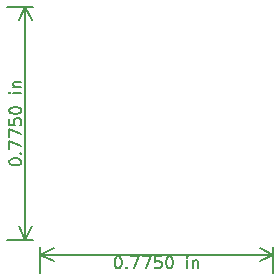
<source format=gbr>
G04 (created by PCBNEW (2013-07-07 BZR 4022)-stable) date 10/06/2015 20:15:53*
%MOIN*%
G04 Gerber Fmt 3.4, Leading zero omitted, Abs format*
%FSLAX34Y34*%
G01*
G70*
G90*
G04 APERTURE LIST*
%ADD10C,0.00590551*%
%ADD11C,0.005*%
G04 APERTURE END LIST*
G54D10*
G54D11*
X33211Y-32179D02*
X33211Y-32141D01*
X33230Y-32103D01*
X33250Y-32084D01*
X33288Y-32065D01*
X33364Y-32046D01*
X33459Y-32046D01*
X33535Y-32065D01*
X33573Y-32084D01*
X33592Y-32103D01*
X33611Y-32141D01*
X33611Y-32179D01*
X33592Y-32217D01*
X33573Y-32236D01*
X33535Y-32255D01*
X33459Y-32275D01*
X33364Y-32275D01*
X33288Y-32255D01*
X33250Y-32236D01*
X33230Y-32217D01*
X33211Y-32179D01*
X33573Y-31875D02*
X33592Y-31855D01*
X33611Y-31875D01*
X33592Y-31894D01*
X33573Y-31875D01*
X33611Y-31875D01*
X33211Y-31722D02*
X33211Y-31455D01*
X33611Y-31627D01*
X33211Y-31341D02*
X33211Y-31075D01*
X33611Y-31246D01*
X33211Y-30732D02*
X33211Y-30922D01*
X33402Y-30941D01*
X33383Y-30922D01*
X33364Y-30884D01*
X33364Y-30789D01*
X33383Y-30751D01*
X33402Y-30732D01*
X33440Y-30713D01*
X33535Y-30713D01*
X33573Y-30732D01*
X33592Y-30751D01*
X33611Y-30789D01*
X33611Y-30884D01*
X33592Y-30922D01*
X33573Y-30941D01*
X33211Y-30465D02*
X33211Y-30427D01*
X33230Y-30389D01*
X33250Y-30370D01*
X33288Y-30351D01*
X33364Y-30332D01*
X33459Y-30332D01*
X33535Y-30351D01*
X33573Y-30370D01*
X33592Y-30389D01*
X33611Y-30427D01*
X33611Y-30465D01*
X33592Y-30503D01*
X33573Y-30522D01*
X33535Y-30541D01*
X33459Y-30560D01*
X33364Y-30560D01*
X33288Y-30541D01*
X33250Y-30522D01*
X33230Y-30503D01*
X33211Y-30465D01*
X33611Y-29855D02*
X33345Y-29855D01*
X33211Y-29855D02*
X33230Y-29875D01*
X33250Y-29855D01*
X33230Y-29836D01*
X33211Y-29855D01*
X33250Y-29855D01*
X33345Y-29665D02*
X33611Y-29665D01*
X33383Y-29665D02*
X33364Y-29646D01*
X33345Y-29608D01*
X33345Y-29551D01*
X33364Y-29513D01*
X33402Y-29494D01*
X33611Y-29494D01*
X33750Y-34750D02*
X33750Y-27000D01*
X34000Y-34750D02*
X33150Y-34750D01*
X34000Y-27000D02*
X33150Y-27000D01*
X33750Y-27000D02*
X33980Y-27443D01*
X33750Y-27000D02*
X33519Y-27443D01*
X33750Y-34750D02*
X33980Y-34306D01*
X33750Y-34750D02*
X33519Y-34306D01*
X36820Y-35311D02*
X36858Y-35311D01*
X36896Y-35330D01*
X36915Y-35349D01*
X36934Y-35388D01*
X36953Y-35464D01*
X36953Y-35559D01*
X36934Y-35635D01*
X36915Y-35673D01*
X36896Y-35692D01*
X36858Y-35711D01*
X36820Y-35711D01*
X36782Y-35692D01*
X36763Y-35673D01*
X36744Y-35635D01*
X36725Y-35559D01*
X36725Y-35464D01*
X36744Y-35388D01*
X36763Y-35349D01*
X36782Y-35330D01*
X36820Y-35311D01*
X37125Y-35673D02*
X37144Y-35692D01*
X37125Y-35711D01*
X37105Y-35692D01*
X37125Y-35673D01*
X37125Y-35711D01*
X37277Y-35311D02*
X37544Y-35311D01*
X37372Y-35711D01*
X37658Y-35311D02*
X37925Y-35311D01*
X37753Y-35711D01*
X38267Y-35311D02*
X38077Y-35311D01*
X38058Y-35502D01*
X38077Y-35483D01*
X38115Y-35464D01*
X38210Y-35464D01*
X38248Y-35483D01*
X38267Y-35502D01*
X38286Y-35540D01*
X38286Y-35635D01*
X38267Y-35673D01*
X38248Y-35692D01*
X38210Y-35711D01*
X38115Y-35711D01*
X38077Y-35692D01*
X38058Y-35673D01*
X38534Y-35311D02*
X38572Y-35311D01*
X38610Y-35330D01*
X38629Y-35349D01*
X38648Y-35388D01*
X38667Y-35464D01*
X38667Y-35559D01*
X38648Y-35635D01*
X38629Y-35673D01*
X38610Y-35692D01*
X38572Y-35711D01*
X38534Y-35711D01*
X38496Y-35692D01*
X38477Y-35673D01*
X38458Y-35635D01*
X38439Y-35559D01*
X38439Y-35464D01*
X38458Y-35388D01*
X38477Y-35349D01*
X38496Y-35330D01*
X38534Y-35311D01*
X39144Y-35711D02*
X39144Y-35445D01*
X39144Y-35311D02*
X39125Y-35330D01*
X39144Y-35349D01*
X39163Y-35330D01*
X39144Y-35311D01*
X39144Y-35349D01*
X39334Y-35445D02*
X39334Y-35711D01*
X39334Y-35483D02*
X39353Y-35464D01*
X39391Y-35445D01*
X39448Y-35445D01*
X39486Y-35464D01*
X39505Y-35502D01*
X39505Y-35711D01*
X34250Y-35249D02*
X42000Y-35249D01*
X34250Y-35000D02*
X34250Y-35849D01*
X42000Y-35000D02*
X42000Y-35849D01*
X42000Y-35249D02*
X41556Y-35480D01*
X42000Y-35249D02*
X41556Y-35019D01*
X34250Y-35249D02*
X34693Y-35480D01*
X34250Y-35249D02*
X34693Y-35019D01*
M02*

</source>
